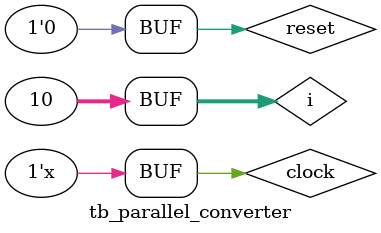
<source format=v>
`timescale 1ns/100ps

module tb_parallel_converter;

reg [9:0]			 counter;
reg 				 clock;
reg 				 reset;
reg 				 enable;
reg [65 : 0] 		 data;
wire 				 valid;
wire [(66*10)-1 : 0] out;
reg [(66*10)-1 : 0] out_aux;
reg  [65:0] lanes [0 : 9];
integer i;
initial begin
	clock  = 0;
	reset  = 1;
	enable = 0;
	data   = {66{1'b0}};
	counter = 0;
	#5 reset  = 0;
end


always @ (posedge clock)
begin
	counter <= counter + 1;
	if(counter == 10)
		enable <= 1;
	else if(counter > 10)
		data <= data +1;
end

always @ (posedge clock)
begin
	if(valid)
		out_aux <= out;
end
always #2.5 clock = ~clock;


parallel_converter
#(
	.LEN_CODED_BLOCK(66),
	.N_LANES(10)
 )
	u_parallel_converter
	(
		.i_clock(clock),
		.i_reset(reset),
		.i_enable(enable),
		.i_data(data),
		.o_valid(valid),
		.o_data(out)
	);

always @ *
begin//para ver cada dato por separado
	for(i=0; i < 10 ; i=i+1 )
		lanes[i] = out_aux[ (((66*10)-1)-(i*66)) -: 66 ];
end


endmodule
</source>
